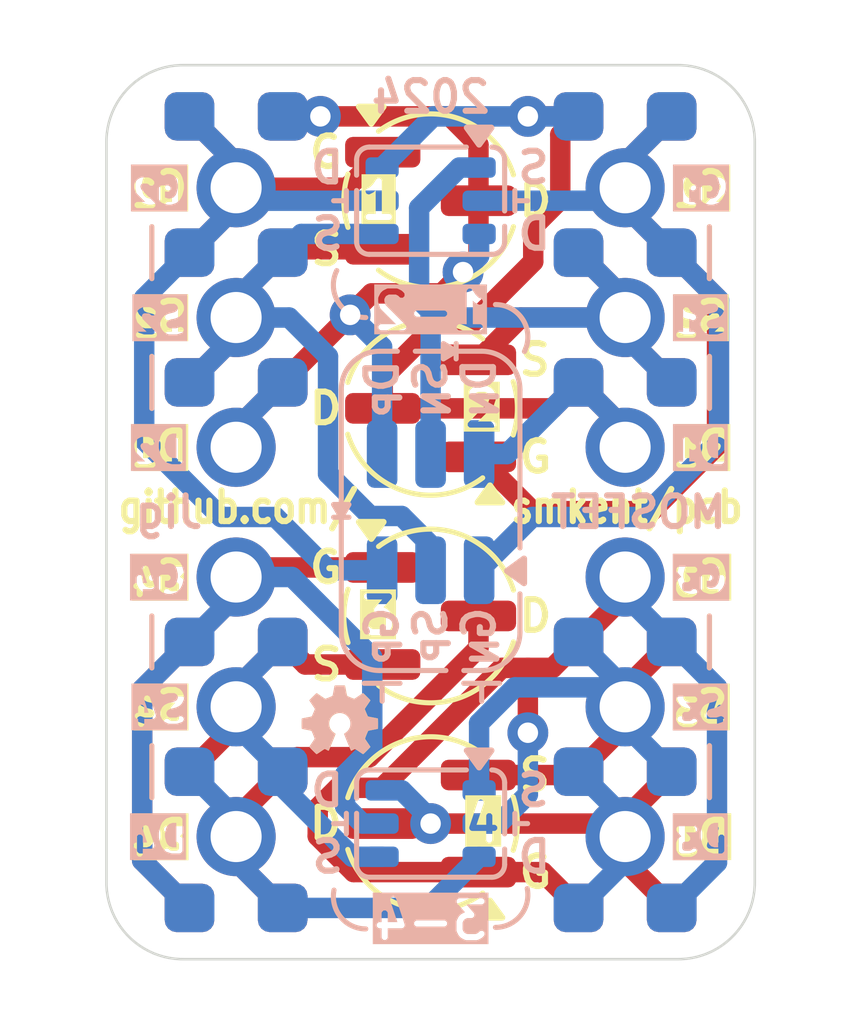
<source format=kicad_pcb>
(kicad_pcb (version 20240108) (generator "pcbnew") (generator_version "8.0")
  (layers (0 "F.Cu" signal) (31 "B.Cu" signal) (34 "B.Paste" user) (35 "F.Paste" user) (36 "B.SilkS" user "B.Silkscreen") (37 "F.SilkS" user "F.Silkscreen") (38 "B.Mask" user) (39 "F.Mask" user) (44 "Edge.Cuts" user))
  (net 0 "")
  (net 1 "L5")
  (net 2 "L6")
  (net 3 "L1")
  (net 4 "L3")
  (net 5 "L4")
  (net 6 "L2")
  (net 7 "R5")
  (net 8 "R4")
  (net 9 "R3")
  (net 10 "R6")
  (net 11 "R1")
  (net 12 "R2")
  (footprint "custom:R_0603_1608Metric_Pad0.98x0.95mm_HandSolder_simple" (layer "F.Cu") (at 109.22 100.203 180)
    (property "Reference" "R9" (hide yes))
    (property "Value" "10K")
    (pad "1" smd roundrect (at -0.9125 0 180) (size 0.975 0.95) (layers "F.Cu" "F.Paste" "F.Mask") (net 11 "R1"))
    (pad "2" smd roundrect (at 0.9125 0 180) (size 0.975 0.95) (layers "F.Cu" "F.Paste" "F.Mask") (net 9 "R3"))
  )
  (footprint "custom:R_0603_1608Metric_Pad0.98x0.95mm_HandSolder_simple" (layer "F.Cu") (at 101.6 113.03)
    (property "Reference" "R5" (hide yes))
    (property "Value" "10K")
    (pad "1" smd roundrect (at -0.9125 0) (size 0.975 0.95) (layers "F.Cu" "F.Paste" "F.Mask") (net 1 "L5"))
    (pad "2" smd roundrect (at 0.9125 0) (size 0.975 0.95) (layers "F.Cu" "F.Paste" "F.Mask") (net 2 "L6"))
  )
  (footprint "custom:R_0603_1608Metric_Pad0.98x0.95mm_HandSolder_simple" (layer "F.Cu") (at 109.22 113.03)
    (property "Reference" "R11" (hide yes))
    (property "Value" "10K")
    (pad "1" smd roundrect (at -0.9125 0) (size 0.975 0.95) (layers "F.Cu" "F.Paste" "F.Mask") (net 7 "R5"))
    (pad "2" smd roundrect (at 0.9125 0) (size 0.975 0.95) (layers "F.Cu" "F.Paste" "F.Mask") (net 10 "R6"))
  )
  (footprint "custom:R_0603_1608Metric_Pad0.98x0.95mm_HandSolder_simple" (layer "F.Cu") (at 101.6 105.41)
    (property "Reference" "R2" (hide yes))
    (property "Value" "10K")
    (pad "1" smd roundrect (at -0.9125 0) (size 0.975 0.95) (layers "F.Cu" "F.Paste" "F.Mask") (net 6 "L2"))
    (pad "2" smd roundrect (at 0.9125 0) (size 0.975 0.95) (layers "F.Cu" "F.Paste" "F.Mask") (net 4 "L3"))
  )
  (footprint "custom:R_0603_1608Metric_Pad0.98x0.95mm_HandSolder_simple" (layer "F.Cu") (at 109.22 110.49)
    (property "Reference" "R10" (hide yes))
    (property "Value" "10K")
    (pad "1" smd roundrect (at -0.9125 0) (size 0.975 0.95) (layers "F.Cu" "F.Paste" "F.Mask") (net 8 "R4"))
    (pad "2" smd roundrect (at 0.9125 0) (size 0.975 0.95) (layers "F.Cu" "F.Paste" "F.Mask") (net 7 "R5"))
  )
  (footprint "custom:R_0603_1608Metric_Pad0.98x0.95mm_HandSolder_simple" (layer "F.Cu") (at 109.22 102.87 180)
    (property "Reference" "R7" (hide yes))
    (property "Value" "10K")
    (pad "1" smd roundrect (at -0.9125 0 180) (size 0.975 0.95) (layers "F.Cu" "F.Paste" "F.Mask") (net 11 "R1"))
    (pad "2" smd roundrect (at 0.9125 0 180) (size 0.975 0.95) (layers "F.Cu" "F.Paste" "F.Mask") (net 12 "R2"))
  )
  (footprint "custom:R_0603_1608Metric_Pad0.98x0.95mm_HandSolder_simple" (layer "F.Cu") (at 101.6 102.87)
    (property "Reference" "R1" (hide yes))
    (property "Value" "10K")
    (pad "1" smd roundrect (at -0.9125 0) (size 0.975 0.95) (layers "F.Cu" "F.Paste" "F.Mask") (net 3 "L1"))
    (pad "2" smd roundrect (at 0.9125 0) (size 0.975 0.95) (layers "F.Cu" "F.Paste" "F.Mask") (net 6 "L2"))
  )
  (footprint "custom:SOT-23_mosfet" (layer "F.Cu") (at 105.41 114.046 180)
    (property "Reference" "Q6" (hide yes))
    (property "Value" "BSS138")
    (fp_text user "G" (at -1.675 -0.95 0) (layer "F.SilkS") (effects (font (size 0.6 0.6) (thickness 0.12)) (justify left)))
    (fp_text user "S" (at -1.675 0.95 0) (layer "F.SilkS") (effects (font (size 0.6 0.6) (thickness 0.12)) (justify left)))
    (fp_text user "D" (at 1.675 0 0) (layer "F.SilkS") (effects (font (size 0.6 0.6) (thickness 0.12)) (justify right)))
    (pad "1" smd roundrect (at -0.9375 -0.95 180) (size 1.475 0.6) (layers "F.Cu" "F.Paste" "F.Mask") (net 8 "R4"))
    (pad "2" smd roundrect (at -0.9375 0.95 180) (size 1.475 0.6) (layers "F.Cu" "F.Paste" "F.Mask") (net 7 "R5"))
    (pad "3" smd roundrect (at 0.9375 0 180) (size 1.475 0.6) (layers "F.Cu" "F.Paste" "F.Mask") (net 10 "R6"))
  )
  (footprint "custom:R_0603_1608Metric_Pad0.98x0.95mm_HandSolder_simple" (layer "F.Cu") (at 109.22 105.41 180)
    (property "Reference" "R8" (hide yes))
    (property "Value" "10K")
    (pad "1" smd roundrect (at -0.9125 0 180) (size 0.975 0.95) (layers "F.Cu" "F.Paste" "F.Mask") (net 12 "R2"))
    (pad "2" smd roundrect (at 0.9125 0 180) (size 0.975 0.95) (layers "F.Cu" "F.Paste" "F.Mask") (net 9 "R3"))
  )
  (footprint "custom:R_0603_1608Metric_Pad0.98x0.95mm_HandSolder_simple" (layer "F.Cu") (at 101.6 115.697)
    (property "Reference" "R6" (hide yes))
    (property "Value" "10K")
    (pad "1" smd roundrect (at -0.9125 0) (size 0.975 0.95) (layers "F.Cu" "F.Paste" "F.Mask") (net 5 "L4"))
    (pad "2" smd roundrect (at 0.9125 0) (size 0.975 0.95) (layers "F.Cu" "F.Paste" "F.Mask") (net 2 "L6"))
  )
  (footprint "custom:SOT-23_mosfet" (layer "F.Cu") (at 105.41 105.918 180)
    (property "Reference" "Q2" (hide yes))
    (property "Value" "BSS138")
    (fp_text user "S" (at -1.675 0.95 0) (layer "F.SilkS") (effects (font (size 0.6 0.6) (thickness 0.12)) (justify left)))
    (fp_text user "G" (at -1.675 -0.95 0) (layer "F.SilkS") (effects (font (size 0.6 0.6) (thickness 0.12)) (justify left)))
    (fp_text user "D" (at 1.675 0 0) (layer "F.SilkS") (effects (font (size 0.6 0.6) (thickness 0.12)) (justify right)))
    (pad "1" smd roundrect (at -0.9375 -0.95 180) (size 1.475 0.6) (layers "F.Cu" "F.Paste" "F.Mask") (net 11 "R1"))
    (pad "2" smd roundrect (at -0.9375 0.95 180) (size 1.475 0.6) (layers "F.Cu" "F.Paste" "F.Mask") (net 12 "R2"))
    (pad "3" smd roundrect (at 0.9375 0 180) (size 1.475 0.6) (layers "F.Cu" "F.Paste" "F.Mask") (net 9 "R3"))
  )
  (footprint "graphics:oshw-logo-1.5mm" (layer "F.Cu") (at 103.632 112.014)
    (property "Reference" "G***" (hide yes))
    (property "Value" "LOGO" (hide yes))
  )
  (footprint "custom:SOT-23_mosfet" (layer "F.Cu") (at 105.41 109.982)
    (property "Reference" "Q5" (hide yes))
    (property "Value" "BSS138")
    (fp_text user "S" (at -1.675 0.95 0) (layer "F.SilkS") (effects (font (size 0.6 0.6) (thickness 0.12)) (justify right)))
    (fp_text user "G" (at -1.675 -0.95 0) (layer "F.SilkS") (effects (font (size 0.6 0.6) (thickness 0.12)) (justify right)))
    (fp_text user "D" (at 1.675 0 0) (layer "F.SilkS") (effects (font (size 0.6 0.6) (thickness 0.12)) (justify left)))
    (pad "1" smd roundrect (at -0.9375 -0.95) (size 1.475 0.6) (layers "F.Cu" "F.Paste" "F.Mask") (net 5 "L4"))
    (pad "2" smd roundrect (at -0.9375 0.95) (size 1.475 0.6) (layers "F.Cu" "F.Paste" "F.Mask") (net 1 "L5"))
    (pad "3" smd roundrect (at 0.9375 0) (size 1.475 0.6) (layers "F.Cu" "F.Paste" "F.Mask") (net 2 "L6"))
  )
  (footprint "custom:R_0603_1608Metric_Pad0.98x0.95mm_HandSolder_simple" (layer "F.Cu") (at 101.6 110.49)
    (property "Reference" "R4" (hide yes))
    (property "Value" "10K")
    (pad "1" smd roundrect (at -0.9125 0) (size 0.975 0.95) (layers "F.Cu" "F.Paste" "F.Mask") (net 5 "L4"))
    (pad "2" smd roundrect (at 0.9125 0) (size 0.975 0.95) (layers "F.Cu" "F.Paste" "F.Mask") (net 1 "L5"))
  )
  (footprint "custom:R_0603_1608Metric_Pad0.98x0.95mm_HandSolder_simple" (layer "F.Cu") (at 109.22 115.697)
    (property "Reference" "R12" (hide yes))
    (property "Value" "10K")
    (pad "1" smd roundrect (at -0.9125 0) (size 0.975 0.95) (layers "F.Cu" "F.Paste" "F.Mask") (net 8 "R4"))
    (pad "2" smd roundrect (at 0.9125 0) (size 0.975 0.95) (layers "F.Cu" "F.Paste" "F.Mask") (net 10 "R6"))
  )
  (footprint "custom:SOT-23_mosfet" (layer "F.Cu") (at 105.41 101.854)
    (property "Reference" "Q1" (hide yes))
    (property "Value" "BSS138")
    (fp_text user "G" (at -1.675 -0.95 0) (layer "F.SilkS") (effects (font (size 0.6 0.6) (thickness 0.12)) (justify right)))
    (fp_text user "S" (at -1.675 0.95 0) (layer "F.SilkS") (effects (font (size 0.6 0.6) (thickness 0.12)) (justify right)))
    (fp_text user "D" (at 1.675 0 0) (layer "F.SilkS") (effects (font (size 0.6 0.6) (thickness 0.12)) (justify left)))
    (pad "1" smd roundrect (at -0.9375 -0.95) (size 1.475 0.6) (layers "F.Cu" "F.Paste" "F.Mask") (net 3 "L1"))
    (pad "2" smd roundrect (at -0.9375 0.95) (size 1.475 0.6) (layers "F.Cu" "F.Paste" "F.Mask") (net 6 "L2"))
    (pad "3" smd roundrect (at 0.9375 0) (size 1.475 0.6) (layers "F.Cu" "F.Paste" "F.Mask") (net 4 "L3"))
  )
  (footprint "custom:R_0603_1608Metric_Pad0.98x0.95mm_HandSolder_simple" (layer "F.Cu") (at 101.6 100.203)
    (property "Reference" "R3" (hide yes))
    (property "Value" "10K")
    (pad "1" smd roundrect (at -0.9125 0) (size 0.975 0.95) (layers "F.Cu" "F.Paste" "F.Mask") (net 3 "L1"))
    (pad "2" smd roundrect (at 0.9125 0) (size 0.975 0.95) (layers "F.Cu" "F.Paste" "F.Mask") (net 4 "L3"))
  )
  (footprint "custom:R_0603_1608Metric_Pad0.98x0.95mm_HandSolder_simple" (layer "B.Cu") (at 109.22 100.203 180)
    (property "Reference" "R21" (hide yes))
    (property "Value" "10K")
    (pad "1" smd roundrect (at -0.9125 0 180) (size 0.975 0.95) (layers "B.Cu" "B.Paste" "B.Mask") (net 11 "R1"))
    (pad "2" smd roundrect (at 0.9125 0 180) (size 0.975 0.95) (layers "B.Cu" "B.Paste" "B.Mask") (net 9 "R3"))
  )
  (footprint "graphics:oshw-logo-1.5mm" (layer "B.Cu") (at 103.632 112.014 180)
    (property "Reference" "G***" (hide yes))
    (property "Value" "LOGO" (hide yes))
  )
  (footprint "custom:R_0603_1608Metric_Pad0.98x0.95mm_HandSolder_simple" (layer "B.Cu") (at 109.22 110.49 180)
    (property "Reference" "R22" (hide yes))
    (property "Value" "10K")
    (pad "1" smd roundrect (at -0.9125 0 180) (size 0.975 0.95) (layers "B.Cu" "B.Paste" "B.Mask") (net 8 "R4"))
    (pad "2" smd roundrect (at 0.9125 0 180) (size 0.975 0.95) (layers "B.Cu" "B.Paste" "B.Mask") (net 7 "R5"))
  )
  (footprint "custom:PinHeader_1x06_P2.54mm_Vertical_slim_simple" (layer "B.Cu") (at 109.22 101.6 180)
    (property "Reference" "J2" (hide yes))
    (property "Value" "Pin headers")
    (pad "1" thru_hole oval (at 0 0 180) (size 1.55 1.55) (drill 1) (layers "*.Cu" "*.Mask") (net 11 "R1"))
    (pad "2" thru_hole oval (at 0 -2.54 180) (size 1.55 1.55) (drill 1) (layers "*.Cu" "*.Mask") (net 12 "R2"))
    (pad "3" thru_hole oval (at 0 -5.08 180) (size 1.55 1.55) (drill 1) (layers "*.Cu" "*.Mask") (net 9 "R3"))
    (pad "4" thru_hole oval (at 0 -7.62 180) (size 1.55 1.55) (drill 1) (layers "*.Cu" "*.Mask") (net 8 "R4"))
    (pad "5" thru_hole oval (at 0 -10.16 180) (size 1.55 1.55) (drill 1) (layers "*.Cu" "*.Mask") (net 7 "R5"))
    (pad "6" thru_hole oval (at 0 -12.7 180) (size 1.55 1.55) (drill 1) (layers "*.Cu" "*.Mask") (net 10 "R6"))
  )
  (footprint "custom:R_0603_1608Metric_Pad0.98x0.95mm_HandSolder_simple" (layer "B.Cu") (at 101.6 100.203)
    (property "Reference" "R15" (hide yes))
    (property "Value" "10K")
    (pad "1" smd roundrect (at -0.9125 0) (size 0.975 0.95) (layers "B.Cu" "B.Paste" "B.Mask") (net 3 "L1"))
    (pad "2" smd roundrect (at 0.9125 0) (size 0.975 0.95) (layers "B.Cu" "B.Paste" "B.Mask") (net 4 "L3"))
  )
  (footprint "custom:SOT-23-6_G1NP02LLE_mosfet" (layer "B.Cu") (at 105.41 107.95 90)
    (property "Reference" "Q3" (hide yes))
    (property "Value" "G1NP02LLE")
    (fp_text user "S_{P}" (at -1.8 0 90) (layer "B.SilkS") (effects (font (size 0.6 0.6) (thickness 0.12) (bold yes)) (justify left mirror)))
    (fp_text user "G_{P}" (at -1.8 -0.95 90) (layer "B.SilkS") (effects (font (size 0.6 0.6) (thickness 0.12) (bold yes)) (justify left mirror)))
    (fp_text user "D_{N}" (at 1.8 0.95 90) (layer "B.SilkS") (effects (font (size 0.6 0.6) (thickness 0.12) (bold yes)) (justify right mirror)))
    (fp_text user "D_{P}" (at 1.8 -0.95 90) (layer "B.SilkS") (effects (font (size 0.6 0.6) (thickness 0.12) (bold yes)) (justify right mirror)))
    (fp_text user "S_{N}" (at 1.8 0 90) (layer "B.SilkS") (effects (font (size 0.6 0.6) (thickness 0.12) (bold yes)) (justify right mirror)))
    (fp_text user "G_{N}" (at -1.8 0.95 90) (layer "B.SilkS") (effects (font (size 0.6 0.6) (thickness 0.12) (bold yes)) (justify left mirror)))
    (pad "1" smd roundrect (at -1.1375 0.95 90) (size 1.325 0.6) (layers "B.Cu" "B.Paste" "B.Mask") (net 11 "R1"))
    (pad "2" smd roundrect (at -1.1375 0 90) (size 1.325 0.6) (layers "B.Cu" "B.Paste" "B.Mask") (net 6 "L2"))
    (pad "3" smd roundrect (at -1.1375 -0.95 90) (size 1.325 0.6) (layers "B.Cu" "B.Paste" "B.Mask") (net 3 "L1"))
    (pad "4" smd roundrect (at 1.1375 -0.95 90) (size 1.325 0.6) (layers "B.Cu" "B.Paste" "B.Mask") (net 4 "L3"))
    (pad "5" smd roundrect (at 1.1375 0 90) (size 1.325 0.6) (layers "B.Cu" "B.Paste" "B.Mask") (net 12 "R2"))
    (pad "6" smd roundrect (at 1.1375 0.95 90) (size 1.325 0.6) (layers "B.Cu" "B.Paste" "B.Mask") (net 9 "R3"))
  )
  (footprint "custom:R_0603_1608Metric_Pad0.98x0.95mm_HandSolder_simple" (layer "B.Cu") (at 109.22 102.87 180)
    (property "Reference" "R19" (hide yes))
    (property "Value" "10K")
    (pad "1" smd roundrect (at -0.9125 0 180) (size 0.975 0.95) (layers "B.Cu" "B.Paste" "B.Mask") (net 11 "R1"))
    (pad "2" smd roundrect (at 0.9125 0 180) (size 0.975 0.95) (layers "B.Cu" "B.Paste" "B.Mask") (net 12 "R2"))
  )
  (footprint "custom:R_0603_1608Metric_Pad0.98x0.95mm_HandSolder_simple" (layer "B.Cu") (at 109.22 113.03 180)
    (property "Reference" "R23" (hide yes))
    (property "Value" "10K")
    (pad "1" smd roundrect (at -0.9125 0 180) (size 0.975 0.95) (layers "B.Cu" "B.Paste" "B.Mask") (net 7 "R5"))
    (pad "2" smd roundrect (at 0.9125 0 180) (size 0.975 0.95) (layers "B.Cu" "B.Paste" "B.Mask") (net 10 "R6"))
  )
  (footprint "custom:R_0603_1608Metric_Pad0.98x0.95mm_HandSolder_simple" (layer "B.Cu") (at 101.6 115.697)
    (property "Reference" "R18" (hide yes))
    (property "Value" "10K")
    (pad "1" smd roundrect (at -0.9125 0) (size 0.975 0.95) (layers "B.Cu" "B.Paste" "B.Mask") (net 5 "L4"))
    (pad "2" smd roundrect (at 0.9125 0) (size 0.975 0.95) (layers "B.Cu" "B.Paste" "B.Mask") (net 2 "L6"))
  )
  (footprint "custom:R_0603_1608Metric_Pad0.98x0.95mm_HandSolder_simple" (layer "B.Cu") (at 109.22 115.697 180)
    (property "Reference" "R24" (hide yes))
    (property "Value" "10K")
    (pad "1" smd roundrect (at -0.9125 0 180) (size 0.975 0.95) (layers "B.Cu" "B.Paste" "B.Mask") (net 8 "R4"))
    (pad "2" smd roundrect (at 0.9125 0 180) (size 0.975 0.95) (layers "B.Cu" "B.Paste" "B.Mask") (net 10 "R6"))
  )
  (footprint "custom:R_0603_1608Metric_Pad0.98x0.95mm_HandSolder_simple" (layer "B.Cu") (at 109.22 105.41 180)
    (property "Reference" "R20" (hide yes))
    (property "Value" "10K")
    (pad "1" smd roundrect (at -0.9125 0 180) (size 0.975 0.95) (layers "B.Cu" "B.Paste" "B.Mask") (net 12 "R2"))
    (pad "2" smd roundrect (at 0.9125 0 180) (size 0.975 0.95) (layers "B.Cu" "B.Paste" "B.Mask") (net 9 "R3"))
  )
  (footprint "custom:PinHeader_1x06_P2.54mm_Vertical_slim_simple" (layer "B.Cu") (at 101.6 101.6 180)
    (property "Reference" "J1" (hide yes))
    (property "Value" "Pin headers")
    (pad "1" thru_hole oval (at 0 0 180) (size 1.55 1.55) (drill 1) (layers "*.Cu" "*.Mask") (net 3 "L1"))
    (pad "2" thru_hole oval (at 0 -2.54 180) (size 1.55 1.55) (drill 1) (layers "*.Cu" "*.Mask") (net 6 "L2"))
    (pad "3" thru_hole oval (at 0 -5.08 180) (size 1.55 1.55) (drill 1) (layers "*.Cu" "*.Mask") (net 4 "L3"))
    (pad "4" thru_hole oval (at 0 -7.62 180) (size 1.55 1.55) (drill 1) (layers "*.Cu" "*.Mask") (net 5 "L4"))
    (pad "5" thru_hole oval (at 0 -10.16 180) (size 1.55 1.55) (drill 1) (layers "*.Cu" "*.Mask") (net 1 "L5"))
    (pad "6" thru_hole oval (at 0 -12.7 180) (size 1.55 1.55) (drill 1) (layers "*.Cu" "*.Mask") (net 2 "L6"))
  )
  (footprint "custom:R_0603_1608Metric_Pad0.98x0.95mm_HandSolder_simple" (layer "B.Cu") (at 101.6 110.49)
    (property "Reference" "R16" (hide yes))
    (property "Value" "10K")
    (pad "1" smd roundrect (at -0.9125 0) (size 0.975 0.95) (layers "B.Cu" "B.Paste" "B.Mask") (net 5 "L4"))
    (pad "2" smd roundrect (at 0.9125 0) (size 0.975 0.95) (layers "B.Cu" "B.Paste" "B.Mask") (net 1 "L5"))
  )
  (footprint "custom:SOT-363_SC-70-6_mosfet" (layer "B.Cu") (at 105.41 114.046 180)
    (property "Reference" "Q7" (hide yes))
    (property "Value" "2N7002DW")
    (fp_text user "S" (at -1.65 0.65 0) (layer "B.SilkS") (effects (font (size 0.6 0.6) (thickness 0.12) (bold yes)) (justify right mirror)))
    (fp_text user "D" (at -1.65 -0.65 0) (layer "B.SilkS") (effects (font (size 0.6 0.6) (thickness 0.12) (bold yes)) (justify right mirror)))
    (fp_text user "D" (at 1.65 0.65 0) (layer "B.SilkS") (effects (font (size 0.6 0.6) (thickness 0.12) (bold yes)) (justify left mirror)))
    (fp_text user "S" (at 1.65 -0.65 0) (layer "B.SilkS") (effects (font (size 0.6 0.6) (thickness 0.12) (bold yes)) (justify left mirror)))
    (pad "1" smd roundrect (at -0.95 0.65 180) (size 0.65 0.4) (layers "B.Cu" "B.Paste" "B.Mask") (net 7 "R5"))
    (pad "2" smd roundrect (at -0.95 0 180) (size 0.65 0.4) (layers "B.Cu" "B.Paste" "B.Mask") (net 8 "R4"))
    (pad "3" smd roundrect (at -0.95 -0.65 180) (size 0.65 0.4) (layers "B.Cu" "B.Paste" "B.Mask") (net 2 "L6"))
    (pad "4" smd roundrect (at 0.95 -0.65 180) (size 0.65 0.4) (layers "B.Cu" "B.Paste" "B.Mask") (net 1 "L5"))
    (pad "5" smd roundrect (at 0.95 0 180) (size 0.65 0.4) (layers "B.Cu" "B.Paste" "B.Mask") (net 5 "L4"))
    (pad "6" smd roundrect (at 0.95 0.65 180) (size 0.65 0.4) (layers "B.Cu" "B.Paste" "B.Mask") (net 10 "R6"))
  )
  (footprint "custom:R_0603_1608Metric_Pad0.98x0.95mm_HandSolder_simple" (layer "B.Cu") (at 101.6 113.03 180)
    (property "Reference" "R17" (hide yes))
    (property "Value" "10K")
    (pad "1" smd roundrect (at -0.9125 0 180) (size 0.975 0.95) (layers "B.Cu" "B.Paste" "B.Mask") (net 1 "L5"))
    (pad "2" smd roundrect (at 0.9125 0 180) (size 0.975 0.95) (layers "B.Cu" "B.Paste" "B.Mask") (net 2 "L6"))
  )
  (footprint "custom:SOT-363_SC-70-6_mosfet" (layer "B.Cu") (at 105.41 101.854 180)
    (property "Reference" "Q4" (hide yes))
    (property "Value" "2N7002DW")
    (fp_text user "D" (at -1.65 -0.65 360) (layer "B.SilkS") (effects (font (size 0.6 0.6) (thickness 0.12) (bold yes)) (justify right mirror)))
    (fp_text user "S" (at -1.65 0.65 360) (layer "B.SilkS") (effects (font (size 0.6 0.6) (thickness 0.12) (bold yes)) (justify right mirror)))
    (fp_text user "S" (at 1.65 -0.65 360) (layer "B.SilkS") (effects (font (size 0.6 0.6) (thickness 0.12) (bold yes)) (justify left mirror)))
    (fp_text user "D" (at 1.65 0.65 360) (layer "B.SilkS") (effects (font (size 0.6 0.6) (thickness 0.12) (bold yes)) (justify left mirror)))
    (pad "1" smd roundrect (at -0.95 0.65 180) (size 0.65 0.4) (layers "B.Cu" "B.Paste" "B.Mask") (net 12 "R2"))
    (pad "2" smd roundrect (at -0.95 0 180) (size 0.65 0.4) (layers "B.Cu" "B.Paste" "B.Mask") (net 11 "R1"))
    (pad "3" smd roundrect (at -0.95 -0.65 180) (size 0.65 0.4) (layers "B.Cu" "B.Paste" "B.Mask") (net 4 "L3"))
    (pad "4" smd roundrect (at 0.95 -0.65 180) (size 0.65 0.4) (layers "B.Cu" "B.Paste" "B.Mask") (net 6 "L2"))
    (pad "5" smd roundrect (at 0.95 0 180) (size 0.65 0.4) (layers "B.Cu" "B.Paste" "B.Mask") (net 3 "L1"))
    (pad "6" smd roundrect (at 0.95 0.65 180) (size 0.65 0.4) (layers "B.Cu" "B.Paste" "B.Mask") (net 9 "R3"))
  )
  (footprint "custom:R_0603_1608Metric_Pad0.98x0.95mm_HandSolder_simple" (layer "B.Cu") (at 101.6 102.87)
    (property "Reference" "R13" (hide yes))
    (property "Value" "10K")
    (pad "1" smd roundrect (at -0.9125 0) (size 0.975 0.95) (layers "B.Cu" "B.Paste" "B.Mask") (net 3 "L1"))
    (pad "2" smd roundrect (at 0.9125 0) (size 0.975 0.95) (layers "B.Cu" "B.Paste" "B.Mask") (net 6 "L2"))
  )
  (footprint "custom:R_0603_1608Metric_Pad0.98x0.95mm_HandSolder_simple" (layer "B.Cu") (at 101.6 105.41)
    (property "Reference" "R14" (hide yes))
    (property "Value" "10K")
    (pad "1" smd roundrect (at -0.9125 0) (size 0.975 0.95) (layers "B.Cu" "B.Paste" "B.Mask") (net 6 "L2"))
    (pad "2" smd roundrect (at 0.9125 0) (size 0.975 0.95) (layers "B.Cu" "B.Paste" "B.Mask") (net 4 "L3"))
  )
  (gr_arc (start 104.14 104.14) (mid 103.599837 103.838839) (end 103.572039 103.221019) (stroke (width 0.1)) (layer "B.SilkS"))
  (gr_line (start 110.871 112.522) (end 110.871 113.538) (stroke (width 0.1)) (layer "B.SilkS"))
  (gr_line (start 99.949 113.538) (end 99.949 112.522) (stroke (width 0.1)) (layer "B.SilkS"))
  (gr_line (start 110.871 109.982) (end 110.871 110.998) (stroke (width 0.1)) (layer "B.SilkS"))
  (gr_line (start 99.949 110.998) (end 99.949 109.982) (stroke (width 0.1)) (layer "B.SilkS"))
  (gr_line (start 110.871 104.902) (end 110.871 105.918) (stroke (width 0.1)) (layer "B.SilkS"))
  (gr_line (start 110.871 102.362) (end 110.871 103.378) (stroke (width 0.1)) (layer "B.SilkS"))
  (gr_line (start 99.949 103.378) (end 99.949 102.362) (stroke (width 0.1)) (layer "B.SilkS"))
  (gr_arc (start 104.14 116.107981) (mid 103.648928 115.875564) (end 103.517331 115.348447) (stroke (width 0.1)) (layer "B.SilkS"))
  (gr_arc (start 107.302669 115.318466) (mid 107.171073 115.845583) (end 106.68 116.078) (stroke (width 0.1)) (layer "B.SilkS"))
  (gr_line (start 99.949 105.918) (end 99.949 104.902) (stroke (width 0.1)) (layer "B.SilkS"))
  (gr_arc (start 106.68 103.886) (mid 107.220163 104.187161) (end 107.247961 104.804981) (stroke (width 0.1)) (layer "B.SilkS"))
  (gr_line (start 99.949 104.902) (end 99.949 105.918) (stroke (width 0.1)) (layer "F.SilkS"))
  (gr_line (start 110.871 105.918) (end 110.871 104.902) (stroke (width 0.1)) (layer "F.SilkS"))
  (gr_line (start 110.871 110.998) (end 110.871 109.982) (stroke (width 0.1)) (layer "F.SilkS"))
  (gr_line (start 99.949 112.522) (end 99.949 113.538) (stroke (width 0.1)) (layer "F.SilkS"))
  (gr_line (start 110.871 103.378) (end 110.871 102.362) (stroke (width 0.1)) (layer "F.SilkS"))
  (gr_line (start 99.949 109.982) (end 99.949 110.998) (stroke (width 0.1)) (layer "F.SilkS"))
  (gr_line (start 110.871 113.538) (end 110.871 112.522) (stroke (width 0.1)) (layer "F.SilkS"))
  (gr_line (start 99.949 102.362) (end 99.949 103.378) (stroke (width 0.1)) (layer "F.SilkS"))
  (gr_poly (pts (arc (start 111.76 100.7) (mid 111.32066 99.63934) (end 110.26 99.2)) (arc (start 100.56 99.2) (mid 99.49934 99.63934) (end 99.06 100.7)) (arc (start 99.06 115.2) (mid 99.49934 116.26066) (end 100.56 116.7)) (arc (start 110.26 116.7) (mid 111.32066 116.26066) (end 111.76 115.2))) (stroke (width 0.05)) (fill none) (layer "Edge.Cuts"))
  (gr_text "1-2" (at 105.41 104.013 -0) (layer "B.SilkS" knockout) (effects (font (size 0.7 0.7) (thickness 0.12) (bold yes)) (justify mirror)))
  (gr_text "G_{4}" (at 100.711 109.22 0) (layer "B.SilkS" knockout) (effects (font (size 0.6 0.6) (thickness 0.12) (bold yes)) (justify left mirror)))
  (gr_text "3-4" (at 105.41 115.951 -0) (layer "B.SilkS" knockout) (effects (font (size 0.7 0.7) (thickness 0.12) (bold yes)) (justify mirror)))
  (gr_text "S_{3}" (at 110.109 111.76 0) (layer "B.SilkS" knockout) (effects (font (size 0.6 0.6) (thickness 0.12) (bold yes)) (justify right mirror)))
  (gr_text "G_{3}" (at 110.109 109.22 0) (layer "B.SilkS" knockout) (effects (font (size 0.6 0.6) (thickness 0.12) (bold yes)) (justify right mirror)))
  (gr_text "S_{2}" (at 100.711 104.14 0) (layer "B.SilkS" knockout) (effects (font (size 0.6 0.6) (thickness 0.12) (bold yes)) (justify left mirror)))
  (gr_text "D_{3}" (at 110.109 114.3 0) (layer "B.SilkS" knockout) (effects (font (size 0.6 0.6) (thickness 0.12) (bold yes)) (justify right mirror)))
  (gr_text "D_{1}" (at 110.109 106.68 0) (layer "B.SilkS" knockout) (effects (font (size 0.6 0.6) (thickness 0.12) (bold yes)) (justify right mirror)))
  (gr_text "G_{1}" (at 110.109 101.6 0) (layer "B.SilkS" knockout) (effects (font (size 0.6 0.6) (thickness 0.12) (bold yes)) (justify right mirror)))
  (gr_text "D_{4}" (at 100.711 114.3 0) (layer "B.SilkS" knockout) (effects (font (size 0.6 0.6) (thickness 0.12) (bold yes)) (justify left mirror)))
  (gr_text "2024" (at 105.41 99.822 0) (layer "B.SilkS") (effects (font (size 0.6 0.6) (thickness 0.12) (bold yes)) (justify mirror)))
  (gr_text "D_{2}" (at 100.711 106.68 0) (layer "B.SilkS" knockout) (effects (font (size 0.6 0.6) (thickness 0.12) (bold yes)) (justify left mirror)))
  (gr_text "G_{2}" (at 100.711 101.6 0) (layer "B.SilkS" knockout) (effects (font (size 0.6 0.6) (thickness 0.12) (bold yes)) (justify left mirror)))
  (gr_text "S_{1}" (at 110.109 104.14 0) (layer "B.SilkS" knockout) (effects (font (size 0.6 0.6) (thickness 0.12) (bold yes)) (justify right mirror)))
  (gr_text "S_{4}" (at 100.711 111.76 0) (layer "B.SilkS" knockout) (effects (font (size 0.6 0.6) (thickness 0.12) (bold yes)) (justify left mirror)))
  (gr_text "MOSFET               Jig" (at 105.41 107.95 0) (layer "B.SilkS") (effects (font (size 0.6 0.6) (thickness 0.12) (bold yes)) (justify mirror)))
  (gr_text "4" (at 106.426 114.046 0) (layer "F.SilkS" knockout) (effects (font (size 0.7 0.7) (thickness 0.12) (bold yes))))
  (gr_text "D_{4}" (at 110.109 114.3 0) (layer "F.SilkS" knockout) (effects (font (size 0.6 0.6) (thickness 0.12) (bold yes)) (justify left)))
  (gr_text "3" (at 104.394 109.982 0) (layer "F.SilkS" knockout) (effects (font (size 0.7 0.7) (thickness 0.12) (bold yes))))
  (gr_text "G_{4}" (at 110.109 109.22 0) (layer "F.SilkS" knockout) (effects (font (size 0.6 0.6) (thickness 0.12) (bold yes)) (justify left)))
  (gr_text "S_{2}" (at 110.109 104.14 0) (layer "F.SilkS" knockout) (effects (font (size 0.6 0.6) (thickness 0.12) (bold yes)) (justify left)))
  (gr_text "G_{3}" (at 100.711 109.22 0) (layer "F.SilkS" knockout) (effects (font (size 0.6 0.6) (thickness 0.12) (bold yes)) (justify right)))
  (gr_text "G_{1}" (at 100.711 101.6 0) (layer "F.SilkS" knockout) (effects (font (size 0.6 0.6) (thickness 0.12) (bold yes)) (justify right)))
  (gr_text "2" (at 106.426 105.918 0) (layer "F.SilkS" knockout) (effects (font (size 0.7 0.7) (thickness 0.12) (bold yes))))
  (gr_text "S_{4}" (at 110.109 111.76 0) (layer "F.SilkS" knockout) (effects (font (size 0.6 0.6) (thickness 0.12) (bold yes)) (justify left)))
  (gr_text "github.com/        smkent/pcb" (at 105.41 108.204 0) (layer "F.SilkS") (effects (font (size 0.6 0.5) (thickness 0.12) (bold yes)) (justify bottom)))
  (gr_text "D_{1}" (at 100.711 106.68 0) (layer "F.SilkS" knockout) (effects (font (size 0.6 0.6) (thickness 0.12) (bold yes)) (justify right)))
  (gr_text "G_{2}" (at 110.109 101.6 0) (layer "F.SilkS" knockout) (effects (font (size 0.6 0.6) (thickness 0.12) (bold yes)) (justify left)))
  (gr_text "S_{3}" (at 100.711 111.76 0) (layer "F.SilkS" knockout) (effects (font (size 0.6 0.6) (thickness 0.12) (bold yes)) (justify right)))
  (gr_text "D_{3}" (at 100.711 114.3 0) (layer "F.SilkS" knockout) (effects (font (size 0.6 0.6) (thickness 0.12) (bold yes)) (justify right)))
  (gr_text "1" (at 104.394 101.854 0) (layer "F.SilkS" knockout) (effects (font (size 0.7 0.7) (thickness 0.12) (bold yes))))
  (gr_text "D_{2}" (at 110.109 106.68 0) (layer "F.SilkS" knockout) (effects (font (size 0.6 0.6) (thickness 0.12) (bold yes)) (justify left)))
  (gr_text "S_{1}" (at 100.711 104.14 0) (layer "F.SilkS" knockout) (effects (font (size 0.6 0.6) (thickness 0.12) (bold yes)) (justify right)))
  (segment (start 101.6 111.76) (end 101.6 111.4025) (width 0.4) (layer "F.Cu") (net 1))
  (segment (start 101.6 111.4025) (end 102.5125 110.49) (width 0.4) (layer "F.Cu") (net 1))
  (segment (start 101.6 112.1175) (end 100.6875 113.03) (width 0.4) (layer "F.Cu") (net 1))
  (segment (start 104.4725 110.932) (end 102.9545 110.932) (width 0.4) (layer "F.Cu") (net 1))
  (segment (start 101.6 111.76) (end 101.6 112.1175) (width 0.4) (layer "F.Cu") (net 1))
  (segment (start 102.9545 110.932) (end 102.5125 110.49) (width 0.4) (layer "F.Cu") (net 1))
  (segment (start 101.6 112.1175) (end 102.5125 113.03) (width 0.4) (layer "B.Cu") (net 1))
  (segment (start 103.876594 114.696) (end 102.5125 113.331906) (width 0.4) (layer "B.Cu") (net 1))
  (segment (start 102.5125 113.331906) (end 102.5125 113.03) (width 0.4) (layer "B.Cu") (net 1))
  (segment (start 104.46 114.696) (end 103.876594 114.696) (width 0.4) (layer "B.Cu") (net 1))
  (segment (start 101.6 111.4025) (end 102.5125 110.49) (width 0.4) (layer "B.Cu") (net 1))
  (segment (start 101.6 111.76) (end 101.6 111.4025) (width 0.4) (layer "B.Cu") (net 1))
  (segment (start 101.6 111.76) (end 101.6 112.1175) (width 0.4) (layer "B.Cu") (net 1))
  (segment (start 101.6 114.7845) (end 102.5125 115.697) (width 0.4) (layer "F.Cu") (net 2))
  (segment (start 102.7965 112.746) (end 104.210472 112.746) (width 0.4) (layer "F.Cu") (net 2))
  (segment (start 101.6 113.9425) (end 102.5125 113.03) (width 0.4) (layer "F.Cu") (net 2))
  (segment (start 101.6 114.3) (end 101.6 113.9425) (width 0.4) (layer "F.Cu") (net 2))
  (segment (start 104.210472 112.746) (end 106.3475 110.608972) (width 0.4) (layer "F.Cu") (net 2))
  (segment (start 101.6 114.3) (end 101.6 114.7845) (width 0.4) (layer "F.Cu") (net 2))
  (segment (start 102.5125 113.03) (end 102.7965 112.746) (width 0.4) (layer "F.Cu") (net 2))
  (segment (start 106.3475 110.608972) (end 106.3475 109.982) (width 0.4) (layer "F.Cu") (net 2))
  (segment (start 105.359 115.697) (end 102.5125 115.697) (width 0.4) (layer "B.Cu") (net 2))
  (segment (start 101.6 114.3) (end 101.6 114.7845) (width 0.4) (layer "B.Cu") (net 2))
  (segment (start 106.36 114.696) (end 105.359 115.697) (width 0.4) (layer "B.Cu") (net 2))
  (segment (start 101.6 113.9425) (end 100.6875 113.03) (width 0.4) (layer "B.Cu") (net 2))
  (segment (start 101.6 114.7845) (end 102.5125 115.697) (width 0.4) (layer "B.Cu") (net 2))
  (segment (start 101.6 114.3) (end 101.6 113.9425) (width 0.4) (layer "B.Cu") (net 2))
  (segment (start 101.6 101.1155) (end 100.6875 100.203) (width 0.4) (layer "F.Cu") (net 3))
  (segment (start 103.7765 101.6) (end 101.6 101.6) (width 0.4) (layer "F.Cu") (net 3))
  (segment (start 101.6 101.6) (end 101.6 101.9575) (width 0.4) (layer "F.Cu") (net 3))
  (segment (start 101.6 101.6) (end 101.6 101.1155) (width 0.4) (layer "F.Cu") (net 3))
  (segment (start 101.6 101.9575) (end 100.6875 102.87) (width 0.4) (layer "F.Cu") (net 3))
  (segment (start 104.4725 100.904) (end 103.7765 101.6) (width 0.4) (layer "F.Cu") (net 3))
  (segment (start 101.6 101.6) (end 101.6 101.1155) (width 0.4) (layer "B.Cu") (net 3))
  (segment (start 101.6 101.6) (end 101.6 101.9575) (width 0.4) (layer "B.Cu") (net 3))
  (segment (start 101.854 101.854) (end 104.46 101.854) (width 0.4) (layer "B.Cu") (net 3))
  (segment (start 101.6 101.6) (end 101.854 101.854) (width 0.4) (layer "B.Cu") (net 3))
  (segment (start 101.303299 108.045) (end 99.8 106.541701) (width 0.4) (layer "B.Cu") (net 3))
  (segment (start 104.46 109.0875) (end 103.412043 109.0875) (width 0.4) (layer "B.Cu") (net 3))
  (segment (start 99.8 103.7575) (end 100.6875 102.87) (width 0.4) (layer "B.Cu") (net 3))
  (segment (start 101.6 101.1155) (end 100.6875 100.203) (width 0.4) (layer "B.Cu") (net 3))
  (segment (start 103.412043 109.0875) (end 102.369543 108.045) (width 0.4) (layer "B.Cu") (net 3))
  (segment (start 102.369543 108.045) (end 101.303299 108.045) (width 0.4) (layer "B.Cu") (net 3))
  (segment (start 99.8 106.541701) (end 99.8 103.7575) (width 0.4) (layer "B.Cu") (net 3))
  (segment (start 101.6 101.9575) (end 100.6875 102.87) (width 0.4) (layer "B.Cu") (net 3))
  (segment (start 103.83425 104.08825) (end 102.5125 105.41) (width 0.4) (layer "F.Cu") (net 4))
  (segment (start 106.3475 101.854) (end 106.3475 100.7595) (width 0.4) (layer "F.Cu") (net 4))
  (segment (start 105.791 100.203) (end 103.251 100.203) (width 0.4) (layer "F.Cu") (net 4))
  (segment (start 106.3475 100.7595) (end 105.791 100.203) (width 0.4) (layer "F.Cu") (net 4))
  (segment (start 104.2545 103.668) (end 103.83425 104.08825) (width 0.4) (layer "F.Cu") (net 4))
  (segment (start 103.251 100.203) (end 102.5125 100.203) (width 0.4) (layer "F.Cu") (net 4))
  (segment (start 105.628 103.668) (end 104.2545 103.668) (width 0.4) (layer "F.Cu") (net 4))
  (segment (start 106.3475 101.854) (end 106.3475 102.9485) (width 0.4) (layer "F.Cu") (net 4))
  (segment (start 101.6 106.68) (end 101.6 106.3225) (width 0.4) (layer "F.Cu") (net 4))
  (segment (start 101.6 106.3225) (end 102.5125 105.41) (width 0.4) (layer "F.Cu") (net 4))
  (segment (start 106.3475 102.9485) (end 106.045 103.251) (width 0.4) (layer "F.Cu") (net 4))
  (segment (start 106.045 103.251) (end 105.628 103.668) (width 0.4) (layer "F.Cu") (net 4))
  (via (at 103.83425 104.08825) (size 0.8) (drill 0.4) (layers "F.Cu" "B.Cu") (net 4))
  (via (at 106.045 103.251) (size 0.8) (drill 0.4) (layers "F.Cu" "B.Cu") (net 4))
  (via (at 103.251 100.203) (size 0.8) (drill 0.4) (layers "F.Cu" "B.Cu") (net 4))
  (segment (start 106.36 102.936) (end 106.045 103.251) (width 0.4) (layer "B.Cu") (net 4))
  (segment (start 101.6 106.3225) (end 102.5125 105.41) (width 0.4) (layer "B.Cu") (net 4))
  (segment (start 101.6 106.68) (end 101.6 106.3225) (width 0.4) (layer "B.Cu") (net 4))
  (segment (start 104.46 104.714) (end 103.83425 104.08825) (width 0.4) (layer "B.Cu") (net 4))
  (segment (start 104.46 106.8125) (end 104.46 104.714) (width 0.4) (layer "B.Cu") (net 4))
  (segment (start 102.5125 100.203) (end 103.251 100.203) (width 0.4) (layer "B.Cu") (net 4))
  (segment (start 106.36 102.504) (end 106.36 102.936) (width 0.4) (layer "B.Cu") (net 4))
  (segment (start 104.4725 109.032) (end 101.788 109.032) (width 0.4) (layer "F.Cu") (net 5))
  (segment (start 99.76 111.4175) (end 100.6875 110.49) (width 0.4) (layer "F.Cu") (net 5))
  (segment (start 99.76 114.7695) (end 99.76 111.4175) (width 0.4) (layer "F.Cu") (net 5))
  (segment (start 101.6 109.22) (end 101.6 109.5775) (width 0.4) (layer "F.Cu") (net 5))
  (segment (start 101.788 109.032) (end 101.6 109.22) (width 0.4) (layer "F.Cu") (net 5))
  (segment (start 100.6875 115.697) (end 99.76 114.7695) (width 0.4) (layer "F.Cu") (net 5))
  (segment (start 101.6 109.5775) (end 100.6875 110.49) (width 0.4) (layer "F.Cu") (net 5))
  (segment (start 99.76 111.4175) (end 100.6875 110.49) (width 0.4) (layer "B.Cu") (net 5))
  (segment (start 101.6 109.5775) (end 100.6875 110.49) (width 0.4) (layer "B.Cu") (net 5))
  (segment (start 103.735 113.086122) (end 104.267 112.554122) (width 0.4) (layer "B.Cu") (net 5))
  (segment (start 104.267 112.554122) (end 104.267 110.790985) (width 0.4) (layer "B.Cu") (net 5))
  (segment (start 102.696015 109.22) (end 101.6 109.22) (width 0.4) (layer "B.Cu") (net 5))
  (segment (start 103.735 113.705878) (end 103.735 113.086122) (width 0.4) (layer "B.Cu") (net 5))
  (segment (start 104.267 110.790985) (end 102.696015 109.22) (width 0.4) (layer "B.Cu") (net 5))
  (segment (start 101.6 109.22) (end 101.6 109.5775) (width 0.4) (layer "B.Cu") (net 5))
  (segment (start 104.46 114.046) (end 104.075122 114.046) (width 0.4) (layer "B.Cu") (net 5))
  (segment (start 100.6875 115.697) (end 99.76 114.7695) (width 0.4) (layer "B.Cu") (net 5))
  (segment (start 99.76 114.7695) (end 99.76 111.4175) (width 0.4) (layer "B.Cu") (net 5))
  (segment (start 104.075122 114.046) (end 103.735 113.705878) (width 0.4) (layer "B.Cu") (net 5))
  (segment (start 101.6 104.14) (end 101.6 103.7825) (width 0.4) (layer "F.Cu") (net 6))
  (segment (start 104.4725 102.804) (end 102.5785 102.804) (width 0.4) (layer "F.Cu") (net 6))
  (segment (start 101.6 104.14) (end 101.6 104.4975) (width 0.4) (layer "F.Cu") (net 6))
  (segment (start 101.6 103.7825) (end 102.5125 102.87) (width 0.4) (layer "F.Cu") (net 6))
  (segment (start 101.6 104.4975) (end 100.6875 105.41) (width 0.4) (layer "F.Cu") (net 6))
  (segment (start 102.5785 102.804) (end 102.5125 102.87) (width 0.4) (layer "F.Cu") (net 6))
  (segment (start 103.4 107.196974) (end 103.4 104.901858) (width 0.4) (layer "B.Cu") (net 6))
  (segment (start 101.6 104.14) (end 101.6 104.4975) (width 0.4) (layer "B.Cu") (net 6))
  (segment (start 104.841974 108.025) (end 104.228026 108.025) (width 0.4) (layer "B.Cu") (net 6))
  (segment (start 104.228026 108.025) (end 103.4 107.196974) (width 0.4) (layer "B.Cu") (net 6))
  (segment (start 102.638142 104.14) (end 101.6 104.14) (width 0.4) (layer "B.Cu") (net 6))
  (segment (start 105.41 109.0875) (end 105.41 108.593026) (width 0.4) (layer "B.Cu") (net 6))
  (segment (start 101.6 104.14) (end 101.6 103.7825) (width 0.4) (layer "B.Cu") (net 6))
  (segment (start 101.6 104.4975) (end 100.6875 105.41) (width 0.4) (layer "B.Cu") (net 6))
  (segment (start 104.46 102.504) (end 102.8785 102.504) (width 0.4) (layer "B.Cu") (net 6))
  (segment (start 103.4 104.901858) (end 102.638142 104.14) (width 0.4) (layer "B.Cu") (net 6))
  (segment (start 102.8785 102.504) (end 102.5125 102.87) (width 0.4) (layer "B.Cu") (net 6))
  (segment (start 105.41 108.593026) (end 104.841974 108.025) (width 0.4) (layer "B.Cu") (net 6))
  (segment (start 101.6 103.7825) (end 102.5125 102.87) (width 0.4) (layer "B.Cu") (net 6))
  (segment (start 109.22 112.1175) (end 108.3075 113.03) (width 0.4) (layer "F.Cu") (net 7))
  (segment (start 109.22 111.76) (end 109.22 112.1175) (width 0.4) (layer "F.Cu") (net 7))
  (segment (start 109.22 111.76) (end 109.22 111.4025) (width 0.4) (layer "F.Cu") (net 7))
  (segment (start 108.2415 113.096) (end 108.3075 113.03) (width 0.4) (layer "F.Cu") (net 7))
  (segment (start 106.3475 113.096) (end 108.2415 113.096) (width 0.4) (layer "F.Cu") (net 7))
  (segment (start 109.22 111.4025) (end 110.1325 110.49) (width 0.4) (layer "F.Cu") (net 7))
  (segment (start 109.22 112.1175) (end 110.1325 113.03) (width 0.4) (layer "B.Cu") (net 7))
  (segment (start 107.061 111.379) (end 108.839 111.379) (width 0.4) (layer "B.Cu") (net 7))
  (segment (start 109.22 111.76) (end 109.22 111.4025) (width 0.4) (layer "B.Cu") (net 7))
  (segment (start 106.36 112.08) (end 107.061 111.379) (width 0.4) (layer "B.Cu") (net 7))
  (segment (start 109.22 111.76) (end 109.22 112.1175) (width 0.4) (layer "B.Cu") (net 7))
  (segment (start 106.36 113.396) (end 106.36 112.08) (width 0.4) (layer "B.Cu") (net 7))
  (segment (start 108.839 111.379) (end 109.22 111.76) (width 0.4) (layer "B.Cu") (net 7))
  (segment (start 109.22 111.4025) (end 108.3075 110.49) (width 0.4) (layer "B.Cu") (net 7))
  (segment (start 107.6065 114.996) (end 108.3075 115.697) (width 0.4) (layer "F.Cu") (net 8))
  (segment (start 109.22 109.22) (end 109.22 109.5775) (width 0.4) (layer "F.Cu") (net 8))
  (segment (start 107.315 110.998) (end 107.7995 110.998) (width 0.4) (layer "F.Cu") (net 8))
  (segment (start 104.459 113.346) (end 106.807 110.998) (width 0.4) (layer "F.Cu") (net 8))
  (segment (start 106.807 110.998) (end 107.315 110.998) (width 0.4) (layer "F.Cu") (net 8))
  (segment (start 106.3475 114.996) (end 107.6065 114.996) (width 0.4) (layer "F.Cu") (net 8))
  (segment (start 107.7995 110.998) (end 108.3075 110.49) (width 0.4) (layer "F.Cu") (net 8))
  (segment (start 107.315 112.268) (end 107.315 110.998) (width 0.4) (layer "F.Cu") (net 8))
  (segment (start 103.198571 114.291545) (end 103.198571 113.739571) (width 0.4) (layer "F.Cu") (net 8))
  (segment (start 109.22 109.5775) (end 108.3075 110.49) (width 0.4) (layer "F.Cu") (net 8))
  (segment (start 103.903026 114.996) (end 103.198571 114.291545) (width 0.4) (layer "F.Cu") (net 8))
  (segment (start 103.198571 113.739571) (end 103.592142 113.346) (width 0.4) (layer "F.Cu") (net 8))
  (segment (start 103.592142 113.346) (end 104.459 113.346) (width 0.4) (layer "F.Cu") (net 8))
  (segment (start 106.3475 114.996) (end 103.903026 114.996) (width 0.4) (layer "F.Cu") (net 8))
  (via (at 107.315 112.268) (size 0.8) (drill 0.4) (layers "F.Cu" "B.Cu") (net 8))
  (segment (start 107.315 113.475878) (end 107.315 112.268) (width 0.4) (layer "B.Cu") (net 8))
  (segment (start 111.02 111.3775) (end 110.1325 110.49) (width 0.4) (layer "B.Cu") (net 8))
  (segment (start 106.744878 114.046) (end 107.315 113.475878) (width 0.4) (layer "B.Cu") (net 8))
  (segment (start 109.22 109.22) (end 109.22 109.5775) (width 0.4) (layer "B.Cu") (net 8))
  (segment (start 106.36 114.046) (end 106.744878 114.046) (width 0.4) (layer "B.Cu") (net 8))
  (segment (start 110.1325 115.697) (end 111.02 114.8095) (width 0.4) (layer "B.Cu") (net 8))
  (segment (start 109.22 109.5775) (end 110.1325 110.49) (width 0.4) (layer "B.Cu") (net 8))
  (segment (start 111.02 114.8095) (end 111.02 111.3775) (width 0.4) (layer "B.Cu") (net 8))
  (segment (start 109.22 106.3225) (end 108.3075 105.41) (width 0.4) (layer "F.Cu") (net 9))
  (segment (start 107.95 100.5605) (end 108.3075 100.203) (width 0.4) (layer "F.Cu") (net 9))
  (segment (start 108.3075 100.203) (end 107.315 100.203) (width 0.4) (layer "F.Cu") (net 9))
  (segment (start 104.4725 105.918) (end 104.4725 105.323526) (width 0.4) (layer "F.Cu") (net 9))
  (segment (start 109.22 106.68) (end 109.22 106.3225) (width 0.4) (layer "F.Cu") (net 9))
  (segment (start 106.198972 104.268) (end 107.42 103.046972) (width 0.4) (layer "F.Cu") (net 9))
  (segment (start 104.4725 105.918) (end 107.7995 105.918) (width 0.4) (layer "F.Cu") (net 9))
  (segment (start 107.42 103.046972) (end 107.42 102.361858) (width 0.4) (layer "F.Cu") (net 9))
  (segment (start 107.42 102.361858) (end 107.95 101.831858) (width 0.4) (layer "F.Cu") (net 9))
  (segment (start 107.95 101.831858) (end 107.95 100.5605) (width 0.4) (layer "F.Cu") (net 9))
  (segment (start 104.4725 105.323526) (end 105.528026 104.268) (width 0.4) (layer "F.Cu") (net 9))
  (segment (start 107.7995 105.918) (end 108.3075 105.41) (width 0.4) (layer "F.Cu") (net 9))
  (segment (start 105.528026 104.268) (end 106.198972 104.268) (width 0.4) (layer "F.Cu") (net 9))
  (via (at 107.315 100.203) (size 0.8) (drill 0.4) (layers "F.Cu" "B.Cu") (net 9))
  (segment (start 104.46 101.204) (end 105.461 100.203) (width 0.4) (layer "B.Cu") (net 9))
  (segment (start 109.22 106.3225) (end 108.3075 105.41) (width 0.4) (layer "B.Cu") (net 9))
  (segment (start 106.36 106.8125) (end 106.905 106.8125) (width 0.4) (layer "B.Cu") (net 9))
  (segment (start 106.905 106.8125) (end 108.3075 105.41) (width 0.4) (layer "B.Cu") (net 9))
  (segment (start 109.22 106.68) (end 109.22 106.3225) (width 0.4) (layer "B.Cu") (net 9))
  (segment (start 107.315 100.203) (end 108.3075 100.203) (width 0.4) (layer "B.Cu") (net 9))
  (segment (start 105.461 100.203) (end 107.315 100.203) (width 0.4) (layer "B.Cu") (net 9))
  (segment (start 109.22 114.7845) (end 110.1325 115.697) (width 0.4) (layer "F.Cu") (net 10))
  (segment (start 109.22 113.9425) (end 110.1325 113.03) (width 0.4) (layer "F.Cu") (net 10))
  (segment (start 109.22 114.3) (end 109.22 114.7845) (width 0.4) (layer "F.Cu") (net 10))
  (segment (start 108.966 114.046) (end 109.22 114.3) (width 0.4) (layer "F.Cu") (net 10))
  (segment (start 109.22 114.3) (end 109.22 113.9425) (width 0.4) (layer "F.Cu") (net 10))
  (segment (start 105.41 114.046) (end 108.966 114.046) (width 0.4) (layer "F.Cu") (net 10))
  (segment (start 104.4725 114.046) (end 105.41 114.046) (width 0.4) (layer "F.Cu") (net 10))
  (via (at 105.41 114.046) (size 0.8) (drill 0.4) (layers "F.Cu" "B.Cu") (net 10))
  (segment (start 104.46 113.396) (end 104.844878 113.396) (width 0.4) (layer "B.Cu") (net 10))
  (segment (start 109.22 114.3) (end 109.22 113.9425) (width 0.4) (layer "B.Cu") (net 10))
  (segment (start 109.22 113.9425) (end 108.3075 113.03) (width 0.4) (layer "B.Cu") (net 10))
  (segment (start 109.22 114.3) (end 109.22 114.7845) (width 0.4) (layer "B.Cu") (net 10))
  (segment (start 109.22 114.7845) (end 108.3075 115.697) (width 0.4) (layer "B.Cu") (net 10))
  (segment (start 104.844878 113.396) (end 105.41 113.961122) (width 0.4) (layer "B.Cu") (net 10))
  (segment (start 105.41 113.961122) (end 105.41 114.046) (width 0.4) (layer "B.Cu") (net 10))
  (segment (start 109.22 101.1155) (end 110.1325 100.203) (width 0.4) (layer "F.Cu") (net 11))
  (segment (start 111.02 103.7575) (end 110.1325 102.87) (width 0.4) (layer "F.Cu") (net 11))
  (segment (start 107.4095 107.93) (end 109.737767 107.93) (width 0.4) (layer "F.Cu") (net 11))
  (segment (start 106.3475 106.868) (end 107.4095 107.93) (width 0.4) (layer "F.Cu") (net 11))
  (segment (start 109.737767 107.93) (end 111.02 106.647767) (width 0.4) (layer "F.Cu") (net 11))
  (segment (start 109.22 101.6) (end 109.22 101.9575) (width 0.4) (layer "F.Cu") (net 11))
  (segment (start 109.22 101.6) (end 109.22 101.1155) (width 0.4) (layer "F.Cu") (net 11))
  (segment (start 111.02 106.647767) (end 111.02 103.7575) (width 0.4) (layer "F.Cu") (net 11))
  (segment (start 109.22 101.9575) (end 110.1325 102.87) (width 0.4) (layer "F.Cu") (net 11))
  (segment (start 106.36 109.0875) (end 107.4025 108.045) (width 0.4) (layer "B.Cu") (net 11))
  (segment (start 109.22 101.6) (end 109.22 101.1155) (width 0.4) (layer "B.Cu") (net 11))
  (segment (start 106.36 101.854) (end 108.966 101.854) (width 0.4) (layer "B.Cu") (net 11))
  (segment (start 109.22 101.6) (end 109.22 101.9575) (width 0.4) (layer "B.Cu") (net 11))
  (segment (start 107.4025 108.045) (end 109.568 108.045) (width 0.4) (layer "B.Cu") (net 11))
  (segment (start 109.568 108.045) (end 111.06 106.553) (width 0.4) (layer "B.Cu") (net 11))
  (segment (start 109.22 101.1155) (end 110.1325 100.203) (width 0.4) (layer "B.Cu") (net 11))
  (segment (start 111.06 103.7975) (end 110.1325 102.87) (width 0.4) (layer "B.Cu") (net 11))
  (segment (start 109.22 101.9575) (end 110.1325 102.87) (width 0.4) (layer "B.Cu") (net 11))
  (segment (start 108.966 101.854) (end 109.22 101.6) (width 0.4) (layer "B.Cu") (net 11))
  (segment (start 111.06 106.553) (end 111.06 103.7975) (width 0.4) (layer "B.Cu") (net 11))
  (segment (start 109.22 103.7825) (end 108.3075 102.87) (width 0.4) (layer "F.Cu") (net 12))
  (segment (start 106.3475 104.968) (end 107.1755 104.14) (width 0.4) (layer "F.Cu") (net 12))
  (segment (start 109.22 104.14) (end 109.22 103.7825) (width 0.4) (layer "F.Cu") (net 12))
  (segment (start 109.22 104.14) (end 109.22 104.4975) (width 0.4) (layer "F.Cu") (net 12))
  (segment (start 107.1755 104.14) (end 109.22 104.14) (width 0.4) (layer "F.Cu") (net 12))
  (segment (start 109.22 104.4975) (end 110.1325 105.41) (width 0.4) (layer "F.Cu") (net 12))
  (segment (start 105.185 101.994122) (end 105.185 103.788) (width 0.4) (layer "B.Cu") (net 12))
  (segment (start 105.41 104.013) (end 105.185 103.788) (width 0.4) (layer "B.Cu") (net 12))
  (segment (start 109.22 104.14) (end 109.22 103.7825) (width 0.4) (layer "B.Cu") (net 12))
  (segment (start 109.22 104.4975) (end 110.1325 105.41) (width 0.4) (layer "B.Cu") (net 12))
  (segment (start 105.41 106.8125) (end 105.41 104.013) (width 0.4) (layer "B.Cu") (net 12))
  (segment (start 109.22 104.14) (end 109.22 104.4975) (width 0.4) (layer "B.Cu") (net 12))
  (segment (start 106.36 101.204) (end 105.975122 101.204) (width 0.4) (layer "B.Cu") (net 12))
  (segment (start 105.975122 101.204) (end 105.185 101.994122) (width 0.4) (layer "B.Cu") (net 12))
  (segment (start 109.22 103.7825) (end 108.3075 102.87) (width 0.4) (layer "B.Cu") (net 12))
  (segment (start 105.537 104.14) (end 109.22 104.14) (width 0.4) (layer "B.Cu") (net 12))
  (segment (start 105.185 103.788) (end 105.537 104.14) (width 0.4) (layer "B.Cu") (net 12))
)
</source>
